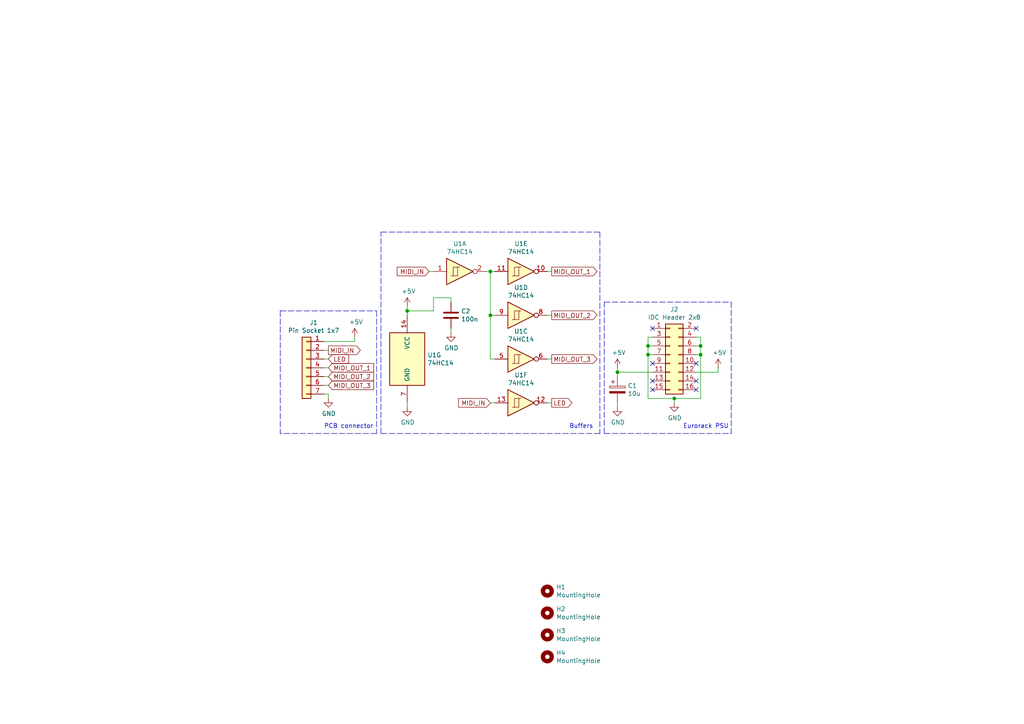
<source format=kicad_sch>
(kicad_sch (version 20211123) (generator eeschema)
  (paper "A4")
  (title_block (title "midi-splitter front") (date "2022-01-22") (rev "1.0") (comment 3 "Released under CERN Open Hardware Licence Version 2 - Strongly Reciprocal") (comment 4 "Designed by: Rafael G. Martins"))
  (lib_symbols
    (symbol "74xx:74HC14" (pin_names (offset 1.016))
      (property "Reference" "U" (at 0 1.27 0))
      (property "Value" "74HC14" (at 0 -1.27 0))
      (symbol "74HC14_1_0"
        (polyline (pts (xy -3.81 3.81) (xy -3.81 -3.81) (xy 3.81 0) (xy -3.81 3.81)) (stroke (width 0.254)) (fill (type background)))
        (pin input line (at -7.62 0 0) (length 3.81) (name "~") (number "1"))
        (pin output inverted (at 7.62 0 180) (length 3.81) (name "~") (number "2"))
      )
      (symbol "74HC14_1_1"
        (polyline (pts (xy -1.905 -1.27) (xy -1.905 1.27) (xy -0.635 1.27)))
        (polyline (pts (xy -2.54 -1.27) (xy -0.635 -1.27) (xy -0.635 1.27) (xy 0 1.27)))
      )
      (symbol "74HC14_2_0"
        (polyline (pts (xy -3.81 3.81) (xy -3.81 -3.81) (xy 3.81 0) (xy -3.81 3.81)) (stroke (width 0.254)) (fill (type background)))
        (pin input line (at -7.62 0 0) (length 3.81) (name "~") (number "3"))
        (pin output inverted (at 7.62 0 180) (length 3.81) (name "~") (number "4"))
      )
      (symbol "74HC14_2_1"
        (polyline (pts (xy -1.905 -1.27) (xy -1.905 1.27) (xy -0.635 1.27)))
        (polyline (pts (xy -2.54 -1.27) (xy -0.635 -1.27) (xy -0.635 1.27) (xy 0 1.27)))
      )
      (symbol "74HC14_3_0"
        (polyline (pts (xy -3.81 3.81) (xy -3.81 -3.81) (xy 3.81 0) (xy -3.81 3.81)) (stroke (width 0.254)) (fill (type background)))
        (pin input line (at -7.62 0 0) (length 3.81) (name "~") (number "5"))
        (pin output inverted (at 7.62 0 180) (length 3.81) (name "~") (number "6"))
      )
      (symbol "74HC14_3_1"
        (polyline (pts (xy -1.905 -1.27) (xy -1.905 1.27) (xy -0.635 1.27)))
        (polyline (pts (xy -2.54 -1.27) (xy -0.635 -1.27) (xy -0.635 1.27) (xy 0 1.27)))
      )
      (symbol "74HC14_4_0"
        (polyline (pts (xy -3.81 3.81) (xy -3.81 -3.81) (xy 3.81 0) (xy -3.81 3.81)) (stroke (width 0.254)) (fill (type background)))
        (pin output inverted (at 7.62 0 180) (length 3.81) (name "~") (number "8"))
        (pin input line (at -7.62 0 0) (length 3.81) (name "~") (number "9"))
      )
      (symbol "74HC14_4_1"
        (polyline (pts (xy -1.905 -1.27) (xy -1.905 1.27) (xy -0.635 1.27)))
        (polyline (pts (xy -2.54 -1.27) (xy -0.635 -1.27) (xy -0.635 1.27) (xy 0 1.27)))
      )
      (symbol "74HC14_5_0"
        (polyline (pts (xy -3.81 3.81) (xy -3.81 -3.81) (xy 3.81 0) (xy -3.81 3.81)) (stroke (width 0.254)) (fill (type background)))
        (pin output inverted (at 7.62 0 180) (length 3.81) (name "~") (number "10"))
        (pin input line (at -7.62 0 0) (length 3.81) (name "~") (number "11"))
      )
      (symbol "74HC14_5_1"
        (polyline (pts (xy -1.905 -1.27) (xy -1.905 1.27) (xy -0.635 1.27)))
        (polyline (pts (xy -2.54 -1.27) (xy -0.635 -1.27) (xy -0.635 1.27) (xy 0 1.27)))
      )
      (symbol "74HC14_6_0"
        (polyline (pts (xy -3.81 3.81) (xy -3.81 -3.81) (xy 3.81 0) (xy -3.81 3.81)) (stroke (width 0.254)) (fill (type background)))
        (pin output inverted (at 7.62 0 180) (length 3.81) (name "~") (number "12"))
        (pin input line (at -7.62 0 0) (length 3.81) (name "~") (number "13"))
      )
      (symbol "74HC14_6_1"
        (polyline (pts (xy -1.905 -1.27) (xy -1.905 1.27) (xy -0.635 1.27)))
        (polyline (pts (xy -2.54 -1.27) (xy -0.635 -1.27) (xy -0.635 1.27) (xy 0 1.27)))
      )
      (symbol "74HC14_7_0"
        (pin power_in line (at 0 12.7 270) (length 5.08) (name "VCC") (number "14"))
        (pin power_in line (at 0 -12.7 90) (length 5.08) (name "GND") (number "7"))
      )
      (symbol "74HC14_7_1"
        (rectangle (start -5.08 7.62) (end 5.08 -7.62) (stroke (width 0.254)) (fill (type background)))
      )
    )
    (symbol "Connector_Generic:Conn_01x07" (pin_names (offset 1.016) hide)
      (property "Reference" "J" (at 0 10.16 0))
      (property "Value" "Conn_01x07" (at 0 -10.16 0))
      (symbol "Conn_01x07_1_1"
        (rectangle (start -1.27 -7.493) (end 0 -7.747) (stroke (width 0.1524)))
        (rectangle (start -1.27 -4.953) (end 0 -5.207) (stroke (width 0.1524)))
        (rectangle (start -1.27 -2.413) (end 0 -2.667) (stroke (width 0.1524)))
        (rectangle (start -1.27 0.127) (end 0 -0.127) (stroke (width 0.1524)))
        (rectangle (start -1.27 2.667) (end 0 2.413) (stroke (width 0.1524)))
        (rectangle (start -1.27 5.207) (end 0 4.953) (stroke (width 0.1524)))
        (rectangle (start -1.27 7.747) (end 0 7.493) (stroke (width 0.1524)))
        (rectangle (start -1.27 8.89) (end 1.27 -8.89) (stroke (width 0.254)) (fill (type background)))
        (pin passive line (at -5.08 7.62 0) (length 3.81) (name "Pin_1") (number "1"))
        (pin passive line (at -5.08 5.08 0) (length 3.81) (name "Pin_2") (number "2"))
        (pin passive line (at -5.08 2.54 0) (length 3.81) (name "Pin_3") (number "3"))
        (pin passive line (at -5.08 0 0) (length 3.81) (name "Pin_4") (number "4"))
        (pin passive line (at -5.08 -2.54 0) (length 3.81) (name "Pin_5") (number "5"))
        (pin passive line (at -5.08 -5.08 0) (length 3.81) (name "Pin_6") (number "6"))
        (pin passive line (at -5.08 -7.62 0) (length 3.81) (name "Pin_7") (number "7"))
      )
    )
    (symbol "Connector_Generic:Conn_02x08_Odd_Even" (pin_names (offset 1.016) hide)
      (property "Reference" "J" (at 1.27 10.16 0))
      (property "Value" "Conn_02x08_Odd_Even" (at 1.27 -12.7 0))
      (symbol "Conn_02x08_Odd_Even_1_1"
        (rectangle (start -1.27 -10.033) (end 0 -10.287) (stroke (width 0.1524)))
        (rectangle (start -1.27 -7.493) (end 0 -7.747) (stroke (width 0.1524)))
        (rectangle (start -1.27 -4.953) (end 0 -5.207) (stroke (width 0.1524)))
        (rectangle (start -1.27 -2.413) (end 0 -2.667) (stroke (width 0.1524)))
        (rectangle (start -1.27 0.127) (end 0 -0.127) (stroke (width 0.1524)))
        (rectangle (start -1.27 2.667) (end 0 2.413) (stroke (width 0.1524)))
        (rectangle (start -1.27 5.207) (end 0 4.953) (stroke (width 0.1524)))
        (rectangle (start -1.27 7.747) (end 0 7.493) (stroke (width 0.1524)))
        (rectangle (start -1.27 8.89) (end 3.81 -11.43) (stroke (width 0.254)) (fill (type background)))
        (rectangle (start 3.81 -10.033) (end 2.54 -10.287) (stroke (width 0.1524)))
        (rectangle (start 3.81 -7.493) (end 2.54 -7.747) (stroke (width 0.1524)))
        (rectangle (start 3.81 -4.953) (end 2.54 -5.207) (stroke (width 0.1524)))
        (rectangle (start 3.81 -2.413) (end 2.54 -2.667) (stroke (width 0.1524)))
        (rectangle (start 3.81 0.127) (end 2.54 -0.127) (stroke (width 0.1524)))
        (rectangle (start 3.81 2.667) (end 2.54 2.413) (stroke (width 0.1524)))
        (rectangle (start 3.81 5.207) (end 2.54 4.953) (stroke (width 0.1524)))
        (rectangle (start 3.81 7.747) (end 2.54 7.493) (stroke (width 0.1524)))
        (pin passive line (at -5.08 7.62 0) (length 3.81) (name "Pin_1") (number "1"))
        (pin passive line (at 7.62 -2.54 180) (length 3.81) (name "Pin_10") (number "10"))
        (pin passive line (at -5.08 -5.08 0) (length 3.81) (name "Pin_11") (number "11"))
        (pin passive line (at 7.62 -5.08 180) (length 3.81) (name "Pin_12") (number "12"))
        (pin passive line (at -5.08 -7.62 0) (length 3.81) (name "Pin_13") (number "13"))
        (pin passive line (at 7.62 -7.62 180) (length 3.81) (name "Pin_14") (number "14"))
        (pin passive line (at -5.08 -10.16 0) (length 3.81) (name "Pin_15") (number "15"))
        (pin passive line (at 7.62 -10.16 180) (length 3.81) (name "Pin_16") (number "16"))
        (pin passive line (at 7.62 7.62 180) (length 3.81) (name "Pin_2") (number "2"))
        (pin passive line (at -5.08 5.08 0) (length 3.81) (name "Pin_3") (number "3"))
        (pin passive line (at 7.62 5.08 180) (length 3.81) (name "Pin_4") (number "4"))
        (pin passive line (at -5.08 2.54 0) (length 3.81) (name "Pin_5") (number "5"))
        (pin passive line (at 7.62 2.54 180) (length 3.81) (name "Pin_6") (number "6"))
        (pin passive line (at -5.08 0 0) (length 3.81) (name "Pin_7") (number "7"))
        (pin passive line (at 7.62 0 180) (length 3.81) (name "Pin_8") (number "8"))
        (pin passive line (at -5.08 -2.54 0) (length 3.81) (name "Pin_9") (number "9"))
      )
    )
    (symbol "Device:C" (pin_numbers hide) (pin_names (offset 0.254))
      (property "Reference" "C" (at 0.635 2.54 0))
      (property "Value" "C" (at 0.635 -2.54 0))
      (symbol "C_0_1"
        (polyline (pts (xy -2.032 -0.762) (xy 2.032 -0.762)) (stroke (width 0.508)))
        (polyline (pts (xy -2.032 0.762) (xy 2.032 0.762)) (stroke (width 0.508)))
      )
      (symbol "C_1_1"
        (pin passive line (at 0 3.81 270) (length 2.794) (name "~") (number "1"))
        (pin passive line (at 0 -3.81 90) (length 2.794) (name "~") (number "2"))
      )
    )
    (symbol "Device:C_Polarized" (pin_numbers hide) (pin_names (offset 0.254))
      (property "Reference" "C" (at 0.635 2.54 0))
      (property "Value" "C_Polarized" (at 0.635 -2.54 0))
      (symbol "C_Polarized_0_1"
        (rectangle (start -2.286 0.508) (end 2.286 1.016))
        (polyline (pts (xy -1.778 2.286) (xy -0.762 2.286)))
        (polyline (pts (xy -1.27 2.794) (xy -1.27 1.778)))
        (rectangle (start 2.286 -0.508) (end -2.286 -1.016) (fill (type outline)))
      )
      (symbol "C_Polarized_1_1"
        (pin passive line (at 0 3.81 270) (length 2.794) (name "~") (number "1"))
        (pin passive line (at 0 -3.81 90) (length 2.794) (name "~") (number "2"))
      )
    )
    (symbol "Mechanical:MountingHole" (pin_names (offset 1.016))
      (property "Reference" "H" (at 0 5.08 0))
      (property "Value" "MountingHole" (at 0 3.175 0))
      (symbol "MountingHole_0_1"
        (circle (center 0 0) (radius 1.27) (stroke (width 1.27)))
      )
    )
    (symbol "power:+5V" (power) (pin_names (offset 0))
      (property "Value" "+5V" (at 0 3.556 0))
      (symbol "+5V_0_1"
        (polyline (pts (xy -0.762 1.27) (xy 0 2.54)))
        (polyline (pts (xy 0 0) (xy 0 2.54)))
        (polyline (pts (xy 0 2.54) (xy 0.762 1.27)))
      )
      (symbol "+5V_1_1"
        (pin power_in line (at 0 0 90) (length 0) hide (name "+5V") (number "1"))
      )
    )
    (symbol "power:GND" (power) (pin_names (offset 0))
      (property "Value" "GND" (at 0 -3.81 0))
      (symbol "GND_0_1"
        (polyline (pts (xy 0 0) (xy 0 -1.27) (xy 1.27 -1.27) (xy 0 -2.54) (xy -1.27 -1.27) (xy 0 -1.27)))
      )
      (symbol "GND_1_1"
        (pin power_in line (at 0 0 270) (length 0) hide (name "GND") (number "1"))
      )
    )
  )
  (junction (at 187.96 102.87))
  (junction (at 142.24 91.44))
  (junction (at 118.11 90.17))
  (junction (at 203.2 100.33))
  (junction (at 203.2 102.87))
  (junction (at 195.58 115.57))
  (junction (at 187.96 100.33))
  (junction (at 142.24 78.74))
  (junction (at 179.07 107.95))
  (no_connect (at 189.23 95.25))
  (no_connect (at 189.23 105.41))
  (no_connect (at 201.93 113.03))
  (no_connect (at 189.23 110.49))
  (no_connect (at 201.93 105.41))
  (no_connect (at 201.93 95.25))
  (no_connect (at 189.23 113.03))
  (no_connect (at 201.93 110.49))
  (wire (pts (xy 203.2 100.33) (xy 203.2 97.79)))
  (wire (pts (xy 143.51 91.44) (xy 142.24 91.44)))
  (wire (pts (xy 187.96 102.87) (xy 187.96 100.33)))
  (wire (pts (xy 118.11 90.17) (xy 125.73 90.17)))
  (polyline (pts (xy 110.49 125.73) (xy 110.49 67.31)))
  (wire (pts (xy 179.07 118.11) (xy 179.07 116.84)))
  (wire (pts (xy 142.24 116.84) (xy 143.51 116.84)))
  (wire (pts (xy 195.58 116.84) (xy 195.58 115.57)))
  (wire (pts (xy 102.87 99.06) (xy 102.87 97.79)))
  (polyline (pts (xy 175.26 125.73) (xy 175.26 87.63)))
  (wire (pts (xy 130.81 96.52) (xy 130.81 95.25)))
  (wire (pts (xy 187.96 100.33) (xy 187.96 97.79)))
  (wire (pts (xy 124.46 78.74) (xy 125.73 78.74)))
  (polyline (pts (xy 212.09 87.63) (xy 212.09 125.73)))
  (wire (pts (xy 95.25 114.3) (xy 95.25 115.57)))
  (wire (pts (xy 93.98 104.14) (xy 95.25 104.14)))
  (wire (pts (xy 203.2 115.57) (xy 203.2 102.87)))
  (polyline (pts (xy 173.99 125.73) (xy 110.49 125.73)))
  (wire (pts (xy 93.98 101.6) (xy 95.25 101.6)))
  (wire (pts (xy 158.75 104.14) (xy 160.02 104.14)))
  (polyline (pts (xy 109.22 90.17) (xy 109.22 125.73)))
  (wire (pts (xy 203.2 97.79) (xy 201.93 97.79)))
  (wire (pts (xy 189.23 102.87) (xy 187.96 102.87)))
  (wire (pts (xy 201.93 107.95) (xy 208.28 107.95)))
  (wire (pts (xy 143.51 104.14) (xy 142.24 104.14)))
  (wire (pts (xy 201.93 100.33) (xy 203.2 100.33)))
  (wire (pts (xy 118.11 118.11) (xy 118.11 116.84)))
  (wire (pts (xy 142.24 91.44) (xy 142.24 104.14)))
  (wire (pts (xy 201.93 102.87) (xy 203.2 102.87)))
  (wire (pts (xy 143.51 78.74) (xy 142.24 78.74)))
  (wire (pts (xy 158.75 91.44) (xy 160.02 91.44)))
  (wire (pts (xy 93.98 106.68) (xy 95.25 106.68)))
  (wire (pts (xy 158.75 78.74) (xy 160.02 78.74)))
  (polyline (pts (xy 110.49 67.31) (xy 173.99 67.31)))
  (wire (pts (xy 140.97 78.74) (xy 142.24 78.74)))
  (wire (pts (xy 203.2 102.87) (xy 203.2 100.33)))
  (wire (pts (xy 118.11 88.9) (xy 118.11 90.17)))
  (wire (pts (xy 93.98 109.22) (xy 95.25 109.22)))
  (wire (pts (xy 158.75 116.84) (xy 160.02 116.84)))
  (wire (pts (xy 195.58 115.57) (xy 203.2 115.57)))
  (wire (pts (xy 142.24 78.74) (xy 142.24 91.44)))
  (wire (pts (xy 208.28 107.95) (xy 208.28 106.68)))
  (polyline (pts (xy 173.99 67.31) (xy 173.99 125.73)))
  (polyline (pts (xy 81.28 90.17) (xy 109.22 90.17)))
  (wire (pts (xy 125.73 90.17) (xy 125.73 86.36)))
  (wire (pts (xy 187.96 97.79) (xy 189.23 97.79)))
  (wire (pts (xy 179.07 107.95) (xy 189.23 107.95)))
  (wire (pts (xy 189.23 100.33) (xy 187.96 100.33)))
  (wire (pts (xy 93.98 111.76) (xy 95.25 111.76)))
  (wire (pts (xy 187.96 115.57) (xy 187.96 102.87)))
  (wire (pts (xy 118.11 90.17) (xy 118.11 91.44)))
  (wire (pts (xy 195.58 115.57) (xy 187.96 115.57)))
  (wire (pts (xy 179.07 107.95) (xy 179.07 106.68)))
  (wire (pts (xy 179.07 109.22) (xy 179.07 107.95)))
  (polyline (pts (xy 81.28 90.17) (xy 81.28 125.73)))
  (wire (pts (xy 125.73 86.36) (xy 130.81 86.36)))
  (polyline (pts (xy 175.26 125.73) (xy 212.09 125.73)))
  (wire (pts (xy 130.81 86.36) (xy 130.81 87.63)))
  (polyline (pts (xy 175.26 87.63) (xy 212.09 87.63)))
  (polyline (pts (xy 109.22 125.73) (xy 81.28 125.73)))
  (wire (pts (xy 93.98 99.06) (xy 102.87 99.06)))
  (wire (pts (xy 93.98 114.3) (xy 95.25 114.3)))
  (text "PCB connector" (at 93.98 124.46 0) (effects (font (size 1.27 1.27)) (justify left bottom)))
  (text "Eurorack PSU" (at 198.12 124.46 0) (effects (font (size 1.27 1.27)) (justify left bottom)))
  (text "Buffers" (at 165.1 124.46 0) (effects (font (size 1.27 1.27)) (justify left bottom)))
  (global_label "MIDI_IN" (shape input) (at 142.24 116.84 180) (property "Intersheet References" "${INTERSHEET_REFS}" (effects hide)))
  (global_label "MIDI_OUT_2" (shape output) (at 160.02 91.44 0) (property "Intersheet References" "${INTERSHEET_REFS}" (effects hide)))
  (global_label "MIDI_IN" (shape output) (at 95.25 101.6 0) (property "Intersheet References" "${INTERSHEET_REFS}" (effects hide)))
  (global_label "LED" (shape input) (at 95.25 104.14 0) (property "Intersheet References" "${INTERSHEET_REFS}" (effects hide)))
  (global_label "MIDI_OUT_2" (shape input) (at 95.25 109.22 0) (property "Intersheet References" "${INTERSHEET_REFS}" (effects hide)))
  (global_label "MIDI_OUT_1" (shape output) (at 160.02 78.74 0) (property "Intersheet References" "${INTERSHEET_REFS}" (effects hide)))
  (global_label "MIDI_IN" (shape input) (at 124.46 78.74 180) (property "Intersheet References" "${INTERSHEET_REFS}" (effects hide)))
  (global_label "LED" (shape output) (at 160.02 116.84 0) (property "Intersheet References" "${INTERSHEET_REFS}" (effects hide)))
  (global_label "MIDI_OUT_1" (shape input) (at 95.25 106.68 0) (property "Intersheet References" "${INTERSHEET_REFS}" (effects hide)))
  (global_label "MIDI_OUT_3" (shape output) (at 160.02 104.14 0) (property "Intersheet References" "${INTERSHEET_REFS}" (effects hide)))
  (global_label "MIDI_OUT_3" (shape input) (at 95.25 111.76 0) (property "Intersheet References" "${INTERSHEET_REFS}" (effects hide)))
  (symbol (lib_id "74xx:74HC14") (at 133.35 78.74 0) (unit 1)
    (property "Reference" "U1" (at 133.35 70.6882 0))
    (property "Value" "74HC14" (at 133.35 72.9996 0))
    (property "Footprint" "Package_DIP:DIP-14_W7.62mm_LongPads" (effects hide))
    (property "Datasheet" "http://www.ti.com/lit/gpn/sn74HC14" (effects hide))
  )
  (symbol (lib_id "74xx:74HC14") (at 151.13 104.14 0) (unit 3)
    (property "Reference" "U1" (at 151.13 96.0882 0))
    (property "Value" "74HC14" (at 151.13 98.3996 0))
    (property "Footprint" "Package_DIP:DIP-14_W7.62mm_LongPads" (effects hide))
    (property "Datasheet" "http://www.ti.com/lit/gpn/sn74HC14" (effects hide))
  )
  (symbol (lib_id "74xx:74HC14") (at 151.13 91.44 0) (unit 4)
    (property "Reference" "U1" (at 151.13 83.3882 0))
    (property "Value" "74HC14" (at 151.13 85.6996 0))
    (property "Footprint" "Package_DIP:DIP-14_W7.62mm_LongPads" (effects hide))
    (property "Datasheet" "http://www.ti.com/lit/gpn/sn74HC14" (effects hide))
  )
  (symbol (lib_id "74xx:74HC14") (at 118.11 104.14 0) (unit 7)
    (property "Reference" "U1" (at 123.952 102.9716 0) (effects (justify left)))
    (property "Value" "74HC14" (at 123.952 105.283 0) (effects (justify left)))
    (property "Footprint" "Package_DIP:DIP-14_W7.62mm_LongPads" (effects hide))
    (property "Datasheet" "http://www.ti.com/lit/gpn/sn74HC14" (effects hide))
  )
  (symbol (lib_id "power:+5V") (at 118.11 88.9 0) (unit 1)
    (property "Reference" "#PWR0101" (effects hide))
    (property "Value" "+5V" (at 118.491 84.5058 0))
  )
  (symbol (lib_id "power:GND") (at 118.11 118.11 0) (unit 1)
    (property "Reference" "#PWR0102" (effects hide))
    (property "Value" "GND" (at 118.237 122.5042 0))
  )
  (symbol (lib_id "Connector_Generic:Conn_01x07") (at 88.9 106.68 0) (mirror y) (unit 1)
    (property "Reference" "J1" (at 90.9828 93.5482 0))
    (property "Value" "Pin Socket 1x7" (at 90.9828 95.8596 0))
    (property "Footprint" "Connector_PinSocket_2.54mm:PinSocket_1x07_P2.54mm_Vertical" (effects hide))
  )
  (symbol (lib_id "power:GND") (at 95.25 115.57 0) (unit 1)
    (property "Reference" "#PWR0109" (effects hide))
    (property "Value" "GND" (at 95.377 119.9642 0))
  )
  (symbol (lib_id "power:+5V") (at 102.87 97.79 0) (unit 1)
    (property "Reference" "#PWR0110" (effects hide))
    (property "Value" "+5V" (at 103.251 93.3958 0))
  )
  (symbol (lib_id "Connector_Generic:Conn_02x08_Odd_Even") (at 194.31 102.87 0) (unit 1)
    (property "Reference" "J2" (at 195.58 89.7382 0))
    (property "Value" "IDC Header 2x8" (at 195.58 92.0496 0))
    (property "Footprint" "Connector_IDC:IDC-Header_2x08_P2.54mm_Vertical" (effects hide))
  )
  (symbol (lib_id "Device:C_Polarized") (at 179.07 113.03 0) (unit 1)
    (property "Reference" "C1" (at 182.0672 111.8616 0) (effects (justify left)))
    (property "Value" "10u" (at 182.0672 114.173 0) (effects (justify left)))
    (property "Footprint" "Capacitor_THT:CP_Radial_D5.0mm_P2.50mm" (effects hide))
  )
  (symbol (lib_id "power:GND") (at 195.58 116.84 0) (unit 1)
    (property "Reference" "#PWR0103" (effects hide))
    (property "Value" "GND" (at 195.707 121.2342 0))
  )
  (symbol (lib_id "power:GND") (at 179.07 118.11 0) (unit 1)
    (property "Reference" "#PWR0104" (effects hide))
    (property "Value" "GND" (at 179.197 122.5042 0))
  )
  (symbol (lib_id "power:+5V") (at 179.07 106.68 0) (unit 1)
    (property "Reference" "#PWR0105" (effects hide))
    (property "Value" "+5V" (at 179.451 102.2858 0))
  )
  (symbol (lib_id "Mechanical:MountingHole") (at 158.75 171.45 0) (unit 1)
    (property "Reference" "H1" (at 161.29 170.2816 0) (effects (justify left)))
    (property "Value" "MountingHole" (at 161.29 172.593 0) (effects (justify left)))
    (property "Footprint" "MountingHole:MountingHole_2.2mm_M2_Pad_Via" (effects hide))
  )
  (symbol (lib_id "Mechanical:MountingHole") (at 158.75 177.8 0) (unit 1)
    (property "Reference" "H2" (at 161.29 176.6316 0) (effects (justify left)))
    (property "Value" "MountingHole" (at 161.29 178.943 0) (effects (justify left)))
    (property "Footprint" "MountingHole:MountingHole_2.2mm_M2_Pad_Via" (effects hide))
  )
  (symbol (lib_id "Mechanical:MountingHole") (at 158.75 184.15 0) (unit 1)
    (property "Reference" "H3" (at 161.29 182.9816 0) (effects (justify left)))
    (property "Value" "MountingHole" (at 161.29 185.293 0) (effects (justify left)))
    (property "Footprint" "MountingHole:MountingHole_2.2mm_M2_Pad_Via" (effects hide))
  )
  (symbol (lib_id "Mechanical:MountingHole") (at 158.75 190.5 0) (unit 1)
    (property "Reference" "H4" (at 161.29 189.3316 0) (effects (justify left)))
    (property "Value" "MountingHole" (at 161.29 191.643 0) (effects (justify left)))
    (property "Footprint" "MountingHole:MountingHole_2.2mm_M2_Pad_Via" (effects hide))
  )
  (symbol (lib_id "power:+5V") (at 208.28 106.68 0) (unit 1)
    (property "Reference" "#PWR0106" (effects hide))
    (property "Value" "+5V" (at 208.661 102.2858 0))
  )
  (symbol (lib_id "Device:C") (at 130.81 91.44 0) (unit 1)
    (property "Reference" "C2" (at 133.731 90.2716 0) (effects (justify left)))
    (property "Value" "100n" (at 133.731 92.583 0) (effects (justify left)))
    (property "Footprint" "Capacitor_THT:C_Disc_D4.3mm_W1.9mm_P5.00mm" (effects hide))
  )
  (symbol (lib_id "power:GND") (at 130.81 96.52 0) (unit 1)
    (property "Reference" "#PWR0107" (effects hide))
    (property "Value" "GND" (at 130.937 100.9142 0))
  )
  (symbol (lib_id "74xx:74HC14") (at 151.13 116.84 0) (unit 6)
    (property "Reference" "U1" (at 151.13 108.7882 0))
    (property "Value" "74HC14" (at 151.13 111.0996 0))
    (property "Datasheet" "http://www.ti.com/lit/gpn/sn74HC14" (effects hide))
  )
  (symbol (lib_id "74xx:74HC14") (at 151.13 78.74 0) (unit 5)
    (property "Reference" "U1" (at 151.13 70.6882 0))
    (property "Value" "74HC14" (at 151.13 72.9996 0))
    (property "Datasheet" "http://www.ti.com/lit/gpn/sn74HC14" (effects hide))
  )
)
</source>
